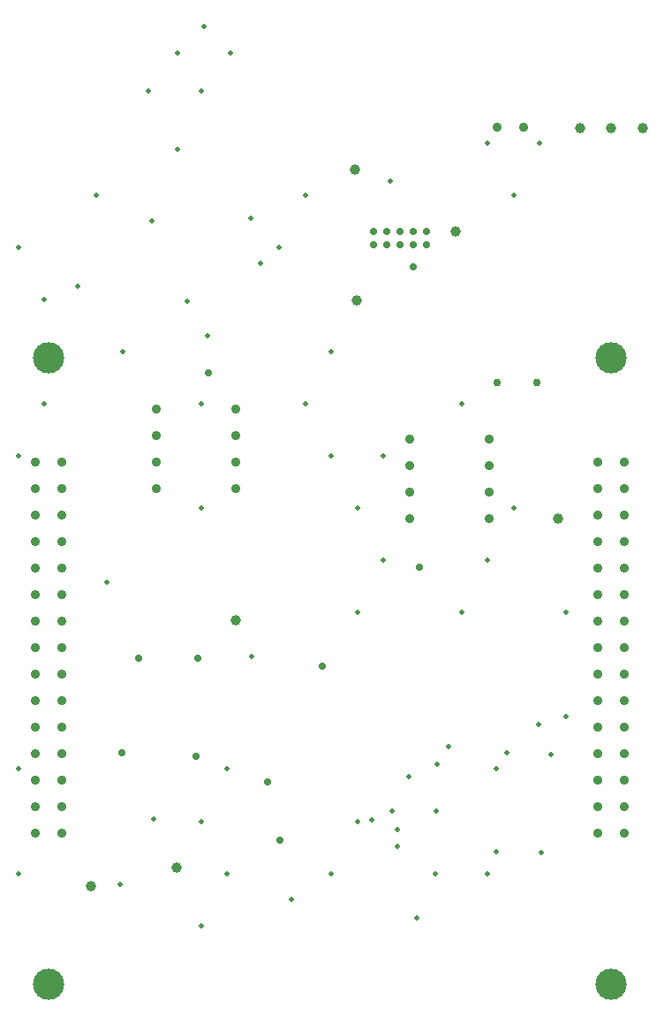
<source format=gbr>
G04 Layer_Color=0*
%FSLAX26Y26*%
%MOIN*%
%TF.FileFunction,Plated,1,6,PTH,Drill*%
%TF.Part,Single*%
G01*
G75*
%TA.AperFunction,ComponentDrill*%
%ADD95C,0.035433*%
%ADD96C,0.028000*%
%TA.AperFunction,OtherDrill,Free Pad (798.464mil,-450.316mil)*%
%ADD97C,0.118110*%
%TA.AperFunction,OtherDrill,Free Pad (-1327.52mil,-450.316mil)*%
%ADD98C,0.118110*%
%TA.AperFunction,OtherDrill,Free Pad (798.464mil,-2812.522mil)*%
%ADD99C,0.118110*%
%TA.AperFunction,OtherDrill,Free Pad (-1327.52mil,-2812.522mil)*%
%ADD100C,0.118110*%
%TA.AperFunction,ComponentDrill*%
%ADD101C,0.020000*%
%ADD102C,0.030000*%
%ADD103C,0.035827*%
%ADD104C,0.036024*%
%ADD105C,0.039370*%
%TA.AperFunction,ViaDrill,NotFilled*%
%ADD106C,0.028000*%
%ADD107C,0.019685*%
D95*
X-919000Y-643002D02*
D03*
Y-743002D02*
D03*
Y-843002D02*
D03*
Y-943002D02*
D03*
X-619000Y-643002D02*
D03*
Y-743002D02*
D03*
Y-843002D02*
D03*
Y-943002D02*
D03*
X335716Y-1057592D02*
D03*
Y-957592D02*
D03*
Y-857592D02*
D03*
Y-757592D02*
D03*
X35716Y-1057592D02*
D03*
Y-957592D02*
D03*
Y-857592D02*
D03*
Y-757592D02*
D03*
D96*
X-100000Y-25000D02*
D03*
Y25000D02*
D03*
X-50000Y-25000D02*
D03*
Y25000D02*
D03*
X0Y-25000D02*
D03*
Y25000D02*
D03*
X50000Y-25000D02*
D03*
Y25000D02*
D03*
X100000Y-25000D02*
D03*
Y25000D02*
D03*
D97*
X798464Y-450316D02*
D03*
D98*
X-1327520D02*
D03*
D99*
X798464Y-2812522D02*
D03*
D100*
X-1327520D02*
D03*
D101*
X-741000Y798998D02*
D03*
X-641000Y698998D02*
D03*
X-841000D02*
D03*
D102*
X366536Y-543900D02*
D03*
X516142D02*
D03*
D103*
X367000Y419998D02*
D03*
X467000D02*
D03*
D104*
X-1277520Y-2244018D02*
D03*
Y-2144018D02*
D03*
Y-2044018D02*
D03*
Y-1944018D02*
D03*
Y-1844018D02*
D03*
Y-1744018D02*
D03*
Y-1644018D02*
D03*
Y-1544018D02*
D03*
Y-1444018D02*
D03*
Y-1344018D02*
D03*
Y-1244018D02*
D03*
Y-1144018D02*
D03*
Y-1044018D02*
D03*
Y-944018D02*
D03*
Y-844018D02*
D03*
X-1377520Y-2244018D02*
D03*
Y-2144018D02*
D03*
Y-2044018D02*
D03*
Y-1944018D02*
D03*
Y-1844018D02*
D03*
Y-1744018D02*
D03*
Y-1644018D02*
D03*
Y-1544018D02*
D03*
Y-1444018D02*
D03*
Y-1344018D02*
D03*
Y-1244018D02*
D03*
Y-1144018D02*
D03*
Y-1044018D02*
D03*
Y-944018D02*
D03*
Y-844018D02*
D03*
X748464D02*
D03*
Y-944018D02*
D03*
Y-1044018D02*
D03*
Y-1144018D02*
D03*
Y-1244018D02*
D03*
Y-1344018D02*
D03*
Y-1444018D02*
D03*
Y-1544018D02*
D03*
Y-1644018D02*
D03*
Y-1744018D02*
D03*
Y-1844018D02*
D03*
Y-1944018D02*
D03*
Y-2044018D02*
D03*
Y-2144018D02*
D03*
Y-2244018D02*
D03*
X848464Y-844018D02*
D03*
Y-944018D02*
D03*
Y-1044018D02*
D03*
Y-1144018D02*
D03*
Y-1244018D02*
D03*
Y-1344018D02*
D03*
Y-1444018D02*
D03*
Y-1544018D02*
D03*
Y-1644018D02*
D03*
Y-1744018D02*
D03*
Y-1844018D02*
D03*
Y-1944018D02*
D03*
Y-2044018D02*
D03*
Y-2144018D02*
D03*
Y-2244018D02*
D03*
D105*
X-162000Y-235002D02*
D03*
X-618999Y-1440999D02*
D03*
X209000Y26998D02*
D03*
X-841536Y-2372522D02*
D03*
X916574Y415824D02*
D03*
X798464D02*
D03*
X680354D02*
D03*
X-1166536Y-2442522D02*
D03*
X-170000Y260998D02*
D03*
X598464Y-1057522D02*
D03*
D106*
X-986000Y-1582000D02*
D03*
X-1050000Y-1940000D02*
D03*
X-500110Y-2050112D02*
D03*
X-770000Y-1955000D02*
D03*
X-453308Y-2271112D02*
D03*
X-293306Y-1612206D02*
D03*
X-723000Y-507002D02*
D03*
X-764110Y-1584410D02*
D03*
X50000Y-107040D02*
D03*
X73000Y-1240000D02*
D03*
D107*
X140000Y-1985000D02*
D03*
X-10000Y-2295000D02*
D03*
X365000Y-2315000D02*
D03*
X528228Y360354D02*
D03*
X626654Y-1411299D02*
D03*
Y-1805000D02*
D03*
X331378Y360354D02*
D03*
X429803Y163504D02*
D03*
Y-1017598D02*
D03*
X331378Y-1214449D02*
D03*
Y-2395551D02*
D03*
X232953Y-623898D02*
D03*
Y-1411299D02*
D03*
X134528Y-2395551D02*
D03*
X-62323Y-820748D02*
D03*
Y-1214449D02*
D03*
X-259173Y-427047D02*
D03*
Y-820748D02*
D03*
X-160748Y-1017598D02*
D03*
Y-1411299D02*
D03*
Y-2198701D02*
D03*
X-259173Y-2395551D02*
D03*
X-357598Y163504D02*
D03*
X-456024Y-33346D02*
D03*
X-357598Y-623898D02*
D03*
X-652874Y-2001850D02*
D03*
Y-2395551D02*
D03*
X-751299Y557205D02*
D03*
Y-623898D02*
D03*
Y-1017598D02*
D03*
Y-2198701D02*
D03*
Y-2592402D02*
D03*
X-948150Y557205D02*
D03*
X-1046575Y-427047D02*
D03*
X-1145000Y163504D02*
D03*
X-1440276Y-33346D02*
D03*
X-1341850Y-230197D02*
D03*
Y-623898D02*
D03*
X-1440276Y-820748D02*
D03*
Y-2001850D02*
D03*
Y-2395551D02*
D03*
X-410000Y-2495000D02*
D03*
X525000Y-1835000D02*
D03*
X-10000Y-2230000D02*
D03*
X405000Y-1940000D02*
D03*
X365000Y-2000000D02*
D03*
X-929518Y-2191042D02*
D03*
X-37494Y214998D02*
D03*
X-803000Y-238002D02*
D03*
X-840000Y334998D02*
D03*
X-1215000Y-180002D02*
D03*
X571694Y-1947206D02*
D03*
X34836Y-2031206D02*
D03*
X-558416Y-1577316D02*
D03*
X-525110Y-93892D02*
D03*
X-1106416Y-1295316D02*
D03*
X-936536Y67478D02*
D03*
X-726536Y-367522D02*
D03*
X-1056536Y-2437522D02*
D03*
X183464Y-1917522D02*
D03*
X533464Y-2317522D02*
D03*
X63464Y-2562522D02*
D03*
X-28308Y-2158978D02*
D03*
X-107048Y-2194412D02*
D03*
X137046Y-2158978D02*
D03*
X-564000Y77000D02*
D03*
%TF.MD5,9ee6c0f2febe9ddb5fab3438128f1dff*%
M02*

</source>
